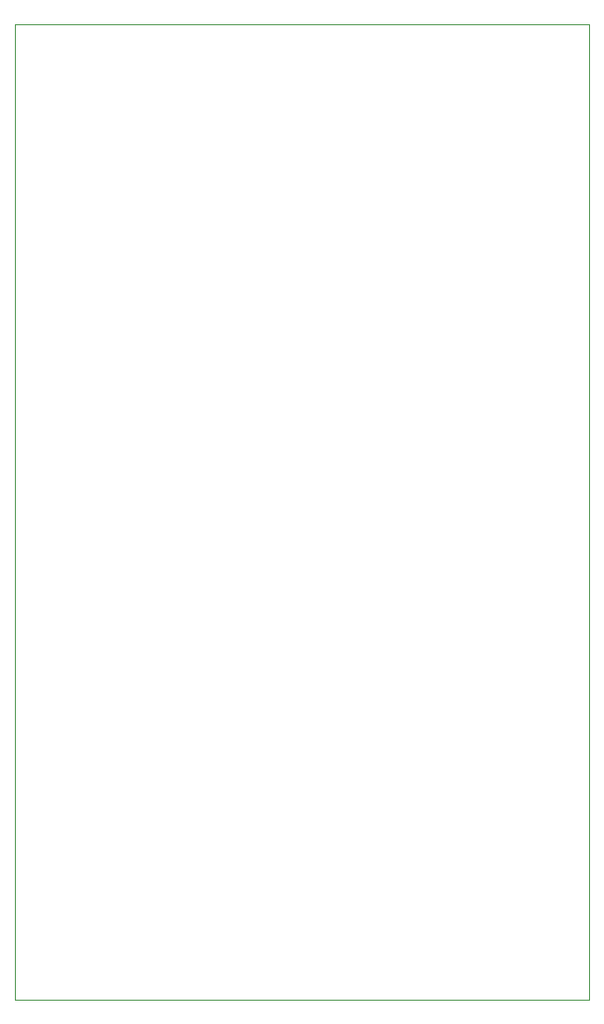
<source format=gbr>
%TF.GenerationSoftware,KiCad,Pcbnew,8.0.9-8.0.9-0~ubuntu22.04.1*%
%TF.CreationDate,2025-04-21T19:03:49+05:30*%
%TF.ProjectId,Variable Buck Converter,56617269-6162-46c6-9520-4275636b2043,rev?*%
%TF.SameCoordinates,Original*%
%TF.FileFunction,Profile,NP*%
%FSLAX46Y46*%
G04 Gerber Fmt 4.6, Leading zero omitted, Abs format (unit mm)*
G04 Created by KiCad (PCBNEW 8.0.9-8.0.9-0~ubuntu22.04.1) date 2025-04-21 19:03:49*
%MOMM*%
%LPD*%
G01*
G04 APERTURE LIST*
%TA.AperFunction,Profile*%
%ADD10C,0.050000*%
%TD*%
G04 APERTURE END LIST*
D10*
X84160000Y-58940000D02*
X136370000Y-58940000D01*
X136370000Y-147390000D01*
X84160000Y-147390000D01*
X84160000Y-58940000D01*
M02*

</source>
